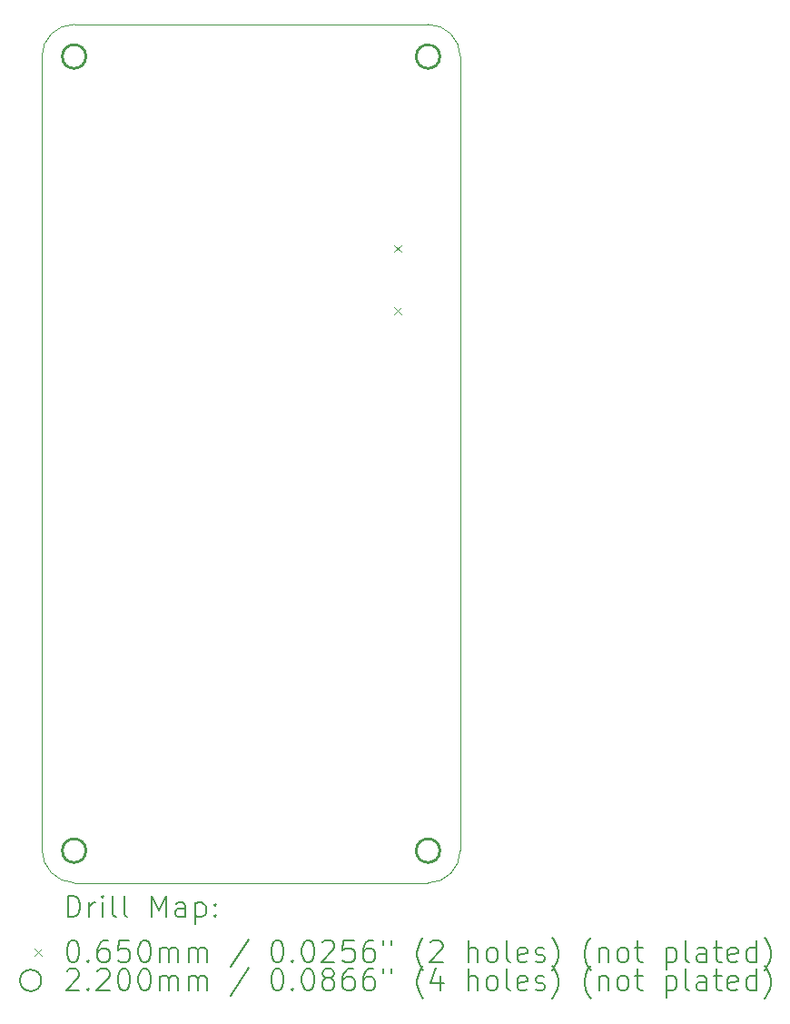
<source format=gbr>
%TF.GenerationSoftware,KiCad,Pcbnew,7.0.2-0*%
%TF.CreationDate,2023-10-14T02:00:25-05:00*%
%TF.ProjectId,Flight Computer,466c6967-6874-4204-936f-6d7075746572,1.1*%
%TF.SameCoordinates,Original*%
%TF.FileFunction,Drillmap*%
%TF.FilePolarity,Positive*%
%FSLAX45Y45*%
G04 Gerber Fmt 4.5, Leading zero omitted, Abs format (unit mm)*
G04 Created by KiCad (PCBNEW 7.0.2-0) date 2023-10-14 02:00:25*
%MOMM*%
%LPD*%
G01*
G04 APERTURE LIST*
%ADD10C,0.100000*%
%ADD11C,0.200000*%
%ADD12C,0.065000*%
%ADD13C,0.220000*%
G04 APERTURE END LIST*
D10*
X17180000Y-6651250D02*
G75*
G03*
X16880000Y-6351250I-300000J0D01*
G01*
X13580000Y-6351250D02*
G75*
G03*
X13280000Y-6651250I0J-300000D01*
G01*
X16880000Y-6351250D02*
X13580000Y-6351250D01*
X16880000Y-14351250D02*
G75*
G03*
X17180000Y-14051250I0J300000D01*
G01*
X13279764Y-14039118D02*
G75*
G03*
X13580000Y-14351250I312366J-2D01*
G01*
X13580000Y-14351250D02*
X16880000Y-14351250D01*
X17180000Y-14051250D02*
X17180000Y-6651250D01*
X13280000Y-6651250D02*
X13279764Y-14039118D01*
D11*
D12*
X16563500Y-8408750D02*
X16628500Y-8473750D01*
X16628500Y-8408750D02*
X16563500Y-8473750D01*
X16563500Y-8986750D02*
X16628500Y-9051750D01*
X16628500Y-8986750D02*
X16563500Y-9051750D01*
D13*
X13690000Y-6651250D02*
G75*
G03*
X13690000Y-6651250I-110000J0D01*
G01*
X13690000Y-14051250D02*
G75*
G03*
X13690000Y-14051250I-110000J0D01*
G01*
X16990000Y-6651250D02*
G75*
G03*
X16990000Y-6651250I-110000J0D01*
G01*
X16990000Y-14051250D02*
G75*
G03*
X16990000Y-14051250I-110000J0D01*
G01*
D11*
X13522383Y-14668774D02*
X13522383Y-14468774D01*
X13522383Y-14468774D02*
X13570002Y-14468774D01*
X13570002Y-14468774D02*
X13598574Y-14478298D01*
X13598574Y-14478298D02*
X13617621Y-14497345D01*
X13617621Y-14497345D02*
X13627145Y-14516393D01*
X13627145Y-14516393D02*
X13636669Y-14554488D01*
X13636669Y-14554488D02*
X13636669Y-14583059D01*
X13636669Y-14583059D02*
X13627145Y-14621155D01*
X13627145Y-14621155D02*
X13617621Y-14640202D01*
X13617621Y-14640202D02*
X13598574Y-14659250D01*
X13598574Y-14659250D02*
X13570002Y-14668774D01*
X13570002Y-14668774D02*
X13522383Y-14668774D01*
X13722383Y-14668774D02*
X13722383Y-14535440D01*
X13722383Y-14573536D02*
X13731907Y-14554488D01*
X13731907Y-14554488D02*
X13741431Y-14544964D01*
X13741431Y-14544964D02*
X13760479Y-14535440D01*
X13760479Y-14535440D02*
X13779526Y-14535440D01*
X13846193Y-14668774D02*
X13846193Y-14535440D01*
X13846193Y-14468774D02*
X13836669Y-14478298D01*
X13836669Y-14478298D02*
X13846193Y-14487821D01*
X13846193Y-14487821D02*
X13855717Y-14478298D01*
X13855717Y-14478298D02*
X13846193Y-14468774D01*
X13846193Y-14468774D02*
X13846193Y-14487821D01*
X13970002Y-14668774D02*
X13950955Y-14659250D01*
X13950955Y-14659250D02*
X13941431Y-14640202D01*
X13941431Y-14640202D02*
X13941431Y-14468774D01*
X14074764Y-14668774D02*
X14055717Y-14659250D01*
X14055717Y-14659250D02*
X14046193Y-14640202D01*
X14046193Y-14640202D02*
X14046193Y-14468774D01*
X14303336Y-14668774D02*
X14303336Y-14468774D01*
X14303336Y-14468774D02*
X14370002Y-14611631D01*
X14370002Y-14611631D02*
X14436669Y-14468774D01*
X14436669Y-14468774D02*
X14436669Y-14668774D01*
X14617621Y-14668774D02*
X14617621Y-14564012D01*
X14617621Y-14564012D02*
X14608098Y-14544964D01*
X14608098Y-14544964D02*
X14589050Y-14535440D01*
X14589050Y-14535440D02*
X14550955Y-14535440D01*
X14550955Y-14535440D02*
X14531907Y-14544964D01*
X14617621Y-14659250D02*
X14598574Y-14668774D01*
X14598574Y-14668774D02*
X14550955Y-14668774D01*
X14550955Y-14668774D02*
X14531907Y-14659250D01*
X14531907Y-14659250D02*
X14522383Y-14640202D01*
X14522383Y-14640202D02*
X14522383Y-14621155D01*
X14522383Y-14621155D02*
X14531907Y-14602107D01*
X14531907Y-14602107D02*
X14550955Y-14592583D01*
X14550955Y-14592583D02*
X14598574Y-14592583D01*
X14598574Y-14592583D02*
X14617621Y-14583059D01*
X14712860Y-14535440D02*
X14712860Y-14735440D01*
X14712860Y-14544964D02*
X14731907Y-14535440D01*
X14731907Y-14535440D02*
X14770002Y-14535440D01*
X14770002Y-14535440D02*
X14789050Y-14544964D01*
X14789050Y-14544964D02*
X14798574Y-14554488D01*
X14798574Y-14554488D02*
X14808098Y-14573536D01*
X14808098Y-14573536D02*
X14808098Y-14630678D01*
X14808098Y-14630678D02*
X14798574Y-14649726D01*
X14798574Y-14649726D02*
X14789050Y-14659250D01*
X14789050Y-14659250D02*
X14770002Y-14668774D01*
X14770002Y-14668774D02*
X14731907Y-14668774D01*
X14731907Y-14668774D02*
X14712860Y-14659250D01*
X14893812Y-14649726D02*
X14903336Y-14659250D01*
X14903336Y-14659250D02*
X14893812Y-14668774D01*
X14893812Y-14668774D02*
X14884288Y-14659250D01*
X14884288Y-14659250D02*
X14893812Y-14649726D01*
X14893812Y-14649726D02*
X14893812Y-14668774D01*
X14893812Y-14544964D02*
X14903336Y-14554488D01*
X14903336Y-14554488D02*
X14893812Y-14564012D01*
X14893812Y-14564012D02*
X14884288Y-14554488D01*
X14884288Y-14554488D02*
X14893812Y-14544964D01*
X14893812Y-14544964D02*
X14893812Y-14564012D01*
D12*
X13209764Y-14963750D02*
X13274764Y-15028750D01*
X13274764Y-14963750D02*
X13209764Y-15028750D01*
D11*
X13560479Y-14888774D02*
X13579526Y-14888774D01*
X13579526Y-14888774D02*
X13598574Y-14898298D01*
X13598574Y-14898298D02*
X13608098Y-14907821D01*
X13608098Y-14907821D02*
X13617621Y-14926869D01*
X13617621Y-14926869D02*
X13627145Y-14964964D01*
X13627145Y-14964964D02*
X13627145Y-15012583D01*
X13627145Y-15012583D02*
X13617621Y-15050678D01*
X13617621Y-15050678D02*
X13608098Y-15069726D01*
X13608098Y-15069726D02*
X13598574Y-15079250D01*
X13598574Y-15079250D02*
X13579526Y-15088774D01*
X13579526Y-15088774D02*
X13560479Y-15088774D01*
X13560479Y-15088774D02*
X13541431Y-15079250D01*
X13541431Y-15079250D02*
X13531907Y-15069726D01*
X13531907Y-15069726D02*
X13522383Y-15050678D01*
X13522383Y-15050678D02*
X13512860Y-15012583D01*
X13512860Y-15012583D02*
X13512860Y-14964964D01*
X13512860Y-14964964D02*
X13522383Y-14926869D01*
X13522383Y-14926869D02*
X13531907Y-14907821D01*
X13531907Y-14907821D02*
X13541431Y-14898298D01*
X13541431Y-14898298D02*
X13560479Y-14888774D01*
X13712860Y-15069726D02*
X13722383Y-15079250D01*
X13722383Y-15079250D02*
X13712860Y-15088774D01*
X13712860Y-15088774D02*
X13703336Y-15079250D01*
X13703336Y-15079250D02*
X13712860Y-15069726D01*
X13712860Y-15069726D02*
X13712860Y-15088774D01*
X13893812Y-14888774D02*
X13855717Y-14888774D01*
X13855717Y-14888774D02*
X13836669Y-14898298D01*
X13836669Y-14898298D02*
X13827145Y-14907821D01*
X13827145Y-14907821D02*
X13808098Y-14936393D01*
X13808098Y-14936393D02*
X13798574Y-14974488D01*
X13798574Y-14974488D02*
X13798574Y-15050678D01*
X13798574Y-15050678D02*
X13808098Y-15069726D01*
X13808098Y-15069726D02*
X13817621Y-15079250D01*
X13817621Y-15079250D02*
X13836669Y-15088774D01*
X13836669Y-15088774D02*
X13874764Y-15088774D01*
X13874764Y-15088774D02*
X13893812Y-15079250D01*
X13893812Y-15079250D02*
X13903336Y-15069726D01*
X13903336Y-15069726D02*
X13912860Y-15050678D01*
X13912860Y-15050678D02*
X13912860Y-15003059D01*
X13912860Y-15003059D02*
X13903336Y-14984012D01*
X13903336Y-14984012D02*
X13893812Y-14974488D01*
X13893812Y-14974488D02*
X13874764Y-14964964D01*
X13874764Y-14964964D02*
X13836669Y-14964964D01*
X13836669Y-14964964D02*
X13817621Y-14974488D01*
X13817621Y-14974488D02*
X13808098Y-14984012D01*
X13808098Y-14984012D02*
X13798574Y-15003059D01*
X14093812Y-14888774D02*
X13998574Y-14888774D01*
X13998574Y-14888774D02*
X13989050Y-14984012D01*
X13989050Y-14984012D02*
X13998574Y-14974488D01*
X13998574Y-14974488D02*
X14017621Y-14964964D01*
X14017621Y-14964964D02*
X14065241Y-14964964D01*
X14065241Y-14964964D02*
X14084288Y-14974488D01*
X14084288Y-14974488D02*
X14093812Y-14984012D01*
X14093812Y-14984012D02*
X14103336Y-15003059D01*
X14103336Y-15003059D02*
X14103336Y-15050678D01*
X14103336Y-15050678D02*
X14093812Y-15069726D01*
X14093812Y-15069726D02*
X14084288Y-15079250D01*
X14084288Y-15079250D02*
X14065241Y-15088774D01*
X14065241Y-15088774D02*
X14017621Y-15088774D01*
X14017621Y-15088774D02*
X13998574Y-15079250D01*
X13998574Y-15079250D02*
X13989050Y-15069726D01*
X14227145Y-14888774D02*
X14246193Y-14888774D01*
X14246193Y-14888774D02*
X14265241Y-14898298D01*
X14265241Y-14898298D02*
X14274764Y-14907821D01*
X14274764Y-14907821D02*
X14284288Y-14926869D01*
X14284288Y-14926869D02*
X14293812Y-14964964D01*
X14293812Y-14964964D02*
X14293812Y-15012583D01*
X14293812Y-15012583D02*
X14284288Y-15050678D01*
X14284288Y-15050678D02*
X14274764Y-15069726D01*
X14274764Y-15069726D02*
X14265241Y-15079250D01*
X14265241Y-15079250D02*
X14246193Y-15088774D01*
X14246193Y-15088774D02*
X14227145Y-15088774D01*
X14227145Y-15088774D02*
X14208098Y-15079250D01*
X14208098Y-15079250D02*
X14198574Y-15069726D01*
X14198574Y-15069726D02*
X14189050Y-15050678D01*
X14189050Y-15050678D02*
X14179526Y-15012583D01*
X14179526Y-15012583D02*
X14179526Y-14964964D01*
X14179526Y-14964964D02*
X14189050Y-14926869D01*
X14189050Y-14926869D02*
X14198574Y-14907821D01*
X14198574Y-14907821D02*
X14208098Y-14898298D01*
X14208098Y-14898298D02*
X14227145Y-14888774D01*
X14379526Y-15088774D02*
X14379526Y-14955440D01*
X14379526Y-14974488D02*
X14389050Y-14964964D01*
X14389050Y-14964964D02*
X14408098Y-14955440D01*
X14408098Y-14955440D02*
X14436669Y-14955440D01*
X14436669Y-14955440D02*
X14455717Y-14964964D01*
X14455717Y-14964964D02*
X14465241Y-14984012D01*
X14465241Y-14984012D02*
X14465241Y-15088774D01*
X14465241Y-14984012D02*
X14474764Y-14964964D01*
X14474764Y-14964964D02*
X14493812Y-14955440D01*
X14493812Y-14955440D02*
X14522383Y-14955440D01*
X14522383Y-14955440D02*
X14541431Y-14964964D01*
X14541431Y-14964964D02*
X14550955Y-14984012D01*
X14550955Y-14984012D02*
X14550955Y-15088774D01*
X14646193Y-15088774D02*
X14646193Y-14955440D01*
X14646193Y-14974488D02*
X14655717Y-14964964D01*
X14655717Y-14964964D02*
X14674764Y-14955440D01*
X14674764Y-14955440D02*
X14703336Y-14955440D01*
X14703336Y-14955440D02*
X14722383Y-14964964D01*
X14722383Y-14964964D02*
X14731907Y-14984012D01*
X14731907Y-14984012D02*
X14731907Y-15088774D01*
X14731907Y-14984012D02*
X14741431Y-14964964D01*
X14741431Y-14964964D02*
X14760479Y-14955440D01*
X14760479Y-14955440D02*
X14789050Y-14955440D01*
X14789050Y-14955440D02*
X14808098Y-14964964D01*
X14808098Y-14964964D02*
X14817622Y-14984012D01*
X14817622Y-14984012D02*
X14817622Y-15088774D01*
X15208098Y-14879250D02*
X15036669Y-15136393D01*
X15465241Y-14888774D02*
X15484288Y-14888774D01*
X15484288Y-14888774D02*
X15503336Y-14898298D01*
X15503336Y-14898298D02*
X15512860Y-14907821D01*
X15512860Y-14907821D02*
X15522384Y-14926869D01*
X15522384Y-14926869D02*
X15531907Y-14964964D01*
X15531907Y-14964964D02*
X15531907Y-15012583D01*
X15531907Y-15012583D02*
X15522384Y-15050678D01*
X15522384Y-15050678D02*
X15512860Y-15069726D01*
X15512860Y-15069726D02*
X15503336Y-15079250D01*
X15503336Y-15079250D02*
X15484288Y-15088774D01*
X15484288Y-15088774D02*
X15465241Y-15088774D01*
X15465241Y-15088774D02*
X15446193Y-15079250D01*
X15446193Y-15079250D02*
X15436669Y-15069726D01*
X15436669Y-15069726D02*
X15427145Y-15050678D01*
X15427145Y-15050678D02*
X15417622Y-15012583D01*
X15417622Y-15012583D02*
X15417622Y-14964964D01*
X15417622Y-14964964D02*
X15427145Y-14926869D01*
X15427145Y-14926869D02*
X15436669Y-14907821D01*
X15436669Y-14907821D02*
X15446193Y-14898298D01*
X15446193Y-14898298D02*
X15465241Y-14888774D01*
X15617622Y-15069726D02*
X15627145Y-15079250D01*
X15627145Y-15079250D02*
X15617622Y-15088774D01*
X15617622Y-15088774D02*
X15608098Y-15079250D01*
X15608098Y-15079250D02*
X15617622Y-15069726D01*
X15617622Y-15069726D02*
X15617622Y-15088774D01*
X15750955Y-14888774D02*
X15770003Y-14888774D01*
X15770003Y-14888774D02*
X15789050Y-14898298D01*
X15789050Y-14898298D02*
X15798574Y-14907821D01*
X15798574Y-14907821D02*
X15808098Y-14926869D01*
X15808098Y-14926869D02*
X15817622Y-14964964D01*
X15817622Y-14964964D02*
X15817622Y-15012583D01*
X15817622Y-15012583D02*
X15808098Y-15050678D01*
X15808098Y-15050678D02*
X15798574Y-15069726D01*
X15798574Y-15069726D02*
X15789050Y-15079250D01*
X15789050Y-15079250D02*
X15770003Y-15088774D01*
X15770003Y-15088774D02*
X15750955Y-15088774D01*
X15750955Y-15088774D02*
X15731907Y-15079250D01*
X15731907Y-15079250D02*
X15722384Y-15069726D01*
X15722384Y-15069726D02*
X15712860Y-15050678D01*
X15712860Y-15050678D02*
X15703336Y-15012583D01*
X15703336Y-15012583D02*
X15703336Y-14964964D01*
X15703336Y-14964964D02*
X15712860Y-14926869D01*
X15712860Y-14926869D02*
X15722384Y-14907821D01*
X15722384Y-14907821D02*
X15731907Y-14898298D01*
X15731907Y-14898298D02*
X15750955Y-14888774D01*
X15893812Y-14907821D02*
X15903336Y-14898298D01*
X15903336Y-14898298D02*
X15922384Y-14888774D01*
X15922384Y-14888774D02*
X15970003Y-14888774D01*
X15970003Y-14888774D02*
X15989050Y-14898298D01*
X15989050Y-14898298D02*
X15998574Y-14907821D01*
X15998574Y-14907821D02*
X16008098Y-14926869D01*
X16008098Y-14926869D02*
X16008098Y-14945917D01*
X16008098Y-14945917D02*
X15998574Y-14974488D01*
X15998574Y-14974488D02*
X15884288Y-15088774D01*
X15884288Y-15088774D02*
X16008098Y-15088774D01*
X16189050Y-14888774D02*
X16093812Y-14888774D01*
X16093812Y-14888774D02*
X16084288Y-14984012D01*
X16084288Y-14984012D02*
X16093812Y-14974488D01*
X16093812Y-14974488D02*
X16112860Y-14964964D01*
X16112860Y-14964964D02*
X16160479Y-14964964D01*
X16160479Y-14964964D02*
X16179526Y-14974488D01*
X16179526Y-14974488D02*
X16189050Y-14984012D01*
X16189050Y-14984012D02*
X16198574Y-15003059D01*
X16198574Y-15003059D02*
X16198574Y-15050678D01*
X16198574Y-15050678D02*
X16189050Y-15069726D01*
X16189050Y-15069726D02*
X16179526Y-15079250D01*
X16179526Y-15079250D02*
X16160479Y-15088774D01*
X16160479Y-15088774D02*
X16112860Y-15088774D01*
X16112860Y-15088774D02*
X16093812Y-15079250D01*
X16093812Y-15079250D02*
X16084288Y-15069726D01*
X16370003Y-14888774D02*
X16331907Y-14888774D01*
X16331907Y-14888774D02*
X16312860Y-14898298D01*
X16312860Y-14898298D02*
X16303336Y-14907821D01*
X16303336Y-14907821D02*
X16284288Y-14936393D01*
X16284288Y-14936393D02*
X16274765Y-14974488D01*
X16274765Y-14974488D02*
X16274765Y-15050678D01*
X16274765Y-15050678D02*
X16284288Y-15069726D01*
X16284288Y-15069726D02*
X16293812Y-15079250D01*
X16293812Y-15079250D02*
X16312860Y-15088774D01*
X16312860Y-15088774D02*
X16350955Y-15088774D01*
X16350955Y-15088774D02*
X16370003Y-15079250D01*
X16370003Y-15079250D02*
X16379526Y-15069726D01*
X16379526Y-15069726D02*
X16389050Y-15050678D01*
X16389050Y-15050678D02*
X16389050Y-15003059D01*
X16389050Y-15003059D02*
X16379526Y-14984012D01*
X16379526Y-14984012D02*
X16370003Y-14974488D01*
X16370003Y-14974488D02*
X16350955Y-14964964D01*
X16350955Y-14964964D02*
X16312860Y-14964964D01*
X16312860Y-14964964D02*
X16293812Y-14974488D01*
X16293812Y-14974488D02*
X16284288Y-14984012D01*
X16284288Y-14984012D02*
X16274765Y-15003059D01*
X16465241Y-14888774D02*
X16465241Y-14926869D01*
X16541431Y-14888774D02*
X16541431Y-14926869D01*
X16836670Y-15164964D02*
X16827146Y-15155440D01*
X16827146Y-15155440D02*
X16808098Y-15126869D01*
X16808098Y-15126869D02*
X16798574Y-15107821D01*
X16798574Y-15107821D02*
X16789050Y-15079250D01*
X16789050Y-15079250D02*
X16779527Y-15031631D01*
X16779527Y-15031631D02*
X16779527Y-14993536D01*
X16779527Y-14993536D02*
X16789050Y-14945917D01*
X16789050Y-14945917D02*
X16798574Y-14917345D01*
X16798574Y-14917345D02*
X16808098Y-14898298D01*
X16808098Y-14898298D02*
X16827146Y-14869726D01*
X16827146Y-14869726D02*
X16836670Y-14860202D01*
X16903336Y-14907821D02*
X16912860Y-14898298D01*
X16912860Y-14898298D02*
X16931908Y-14888774D01*
X16931908Y-14888774D02*
X16979527Y-14888774D01*
X16979527Y-14888774D02*
X16998574Y-14898298D01*
X16998574Y-14898298D02*
X17008098Y-14907821D01*
X17008098Y-14907821D02*
X17017622Y-14926869D01*
X17017622Y-14926869D02*
X17017622Y-14945917D01*
X17017622Y-14945917D02*
X17008098Y-14974488D01*
X17008098Y-14974488D02*
X16893812Y-15088774D01*
X16893812Y-15088774D02*
X17017622Y-15088774D01*
X17255717Y-15088774D02*
X17255717Y-14888774D01*
X17341431Y-15088774D02*
X17341431Y-14984012D01*
X17341431Y-14984012D02*
X17331908Y-14964964D01*
X17331908Y-14964964D02*
X17312860Y-14955440D01*
X17312860Y-14955440D02*
X17284289Y-14955440D01*
X17284289Y-14955440D02*
X17265241Y-14964964D01*
X17265241Y-14964964D02*
X17255717Y-14974488D01*
X17465241Y-15088774D02*
X17446193Y-15079250D01*
X17446193Y-15079250D02*
X17436670Y-15069726D01*
X17436670Y-15069726D02*
X17427146Y-15050678D01*
X17427146Y-15050678D02*
X17427146Y-14993536D01*
X17427146Y-14993536D02*
X17436670Y-14974488D01*
X17436670Y-14974488D02*
X17446193Y-14964964D01*
X17446193Y-14964964D02*
X17465241Y-14955440D01*
X17465241Y-14955440D02*
X17493812Y-14955440D01*
X17493812Y-14955440D02*
X17512860Y-14964964D01*
X17512860Y-14964964D02*
X17522384Y-14974488D01*
X17522384Y-14974488D02*
X17531908Y-14993536D01*
X17531908Y-14993536D02*
X17531908Y-15050678D01*
X17531908Y-15050678D02*
X17522384Y-15069726D01*
X17522384Y-15069726D02*
X17512860Y-15079250D01*
X17512860Y-15079250D02*
X17493812Y-15088774D01*
X17493812Y-15088774D02*
X17465241Y-15088774D01*
X17646193Y-15088774D02*
X17627146Y-15079250D01*
X17627146Y-15079250D02*
X17617622Y-15060202D01*
X17617622Y-15060202D02*
X17617622Y-14888774D01*
X17798574Y-15079250D02*
X17779527Y-15088774D01*
X17779527Y-15088774D02*
X17741431Y-15088774D01*
X17741431Y-15088774D02*
X17722384Y-15079250D01*
X17722384Y-15079250D02*
X17712860Y-15060202D01*
X17712860Y-15060202D02*
X17712860Y-14984012D01*
X17712860Y-14984012D02*
X17722384Y-14964964D01*
X17722384Y-14964964D02*
X17741431Y-14955440D01*
X17741431Y-14955440D02*
X17779527Y-14955440D01*
X17779527Y-14955440D02*
X17798574Y-14964964D01*
X17798574Y-14964964D02*
X17808098Y-14984012D01*
X17808098Y-14984012D02*
X17808098Y-15003059D01*
X17808098Y-15003059D02*
X17712860Y-15022107D01*
X17884289Y-15079250D02*
X17903336Y-15088774D01*
X17903336Y-15088774D02*
X17941431Y-15088774D01*
X17941431Y-15088774D02*
X17960479Y-15079250D01*
X17960479Y-15079250D02*
X17970003Y-15060202D01*
X17970003Y-15060202D02*
X17970003Y-15050678D01*
X17970003Y-15050678D02*
X17960479Y-15031631D01*
X17960479Y-15031631D02*
X17941431Y-15022107D01*
X17941431Y-15022107D02*
X17912860Y-15022107D01*
X17912860Y-15022107D02*
X17893812Y-15012583D01*
X17893812Y-15012583D02*
X17884289Y-14993536D01*
X17884289Y-14993536D02*
X17884289Y-14984012D01*
X17884289Y-14984012D02*
X17893812Y-14964964D01*
X17893812Y-14964964D02*
X17912860Y-14955440D01*
X17912860Y-14955440D02*
X17941431Y-14955440D01*
X17941431Y-14955440D02*
X17960479Y-14964964D01*
X18036670Y-15164964D02*
X18046193Y-15155440D01*
X18046193Y-15155440D02*
X18065241Y-15126869D01*
X18065241Y-15126869D02*
X18074765Y-15107821D01*
X18074765Y-15107821D02*
X18084289Y-15079250D01*
X18084289Y-15079250D02*
X18093812Y-15031631D01*
X18093812Y-15031631D02*
X18093812Y-14993536D01*
X18093812Y-14993536D02*
X18084289Y-14945917D01*
X18084289Y-14945917D02*
X18074765Y-14917345D01*
X18074765Y-14917345D02*
X18065241Y-14898298D01*
X18065241Y-14898298D02*
X18046193Y-14869726D01*
X18046193Y-14869726D02*
X18036670Y-14860202D01*
X18398574Y-15164964D02*
X18389051Y-15155440D01*
X18389051Y-15155440D02*
X18370003Y-15126869D01*
X18370003Y-15126869D02*
X18360479Y-15107821D01*
X18360479Y-15107821D02*
X18350955Y-15079250D01*
X18350955Y-15079250D02*
X18341432Y-15031631D01*
X18341432Y-15031631D02*
X18341432Y-14993536D01*
X18341432Y-14993536D02*
X18350955Y-14945917D01*
X18350955Y-14945917D02*
X18360479Y-14917345D01*
X18360479Y-14917345D02*
X18370003Y-14898298D01*
X18370003Y-14898298D02*
X18389051Y-14869726D01*
X18389051Y-14869726D02*
X18398574Y-14860202D01*
X18474765Y-14955440D02*
X18474765Y-15088774D01*
X18474765Y-14974488D02*
X18484289Y-14964964D01*
X18484289Y-14964964D02*
X18503336Y-14955440D01*
X18503336Y-14955440D02*
X18531908Y-14955440D01*
X18531908Y-14955440D02*
X18550955Y-14964964D01*
X18550955Y-14964964D02*
X18560479Y-14984012D01*
X18560479Y-14984012D02*
X18560479Y-15088774D01*
X18684289Y-15088774D02*
X18665241Y-15079250D01*
X18665241Y-15079250D02*
X18655717Y-15069726D01*
X18655717Y-15069726D02*
X18646193Y-15050678D01*
X18646193Y-15050678D02*
X18646193Y-14993536D01*
X18646193Y-14993536D02*
X18655717Y-14974488D01*
X18655717Y-14974488D02*
X18665241Y-14964964D01*
X18665241Y-14964964D02*
X18684289Y-14955440D01*
X18684289Y-14955440D02*
X18712860Y-14955440D01*
X18712860Y-14955440D02*
X18731908Y-14964964D01*
X18731908Y-14964964D02*
X18741432Y-14974488D01*
X18741432Y-14974488D02*
X18750955Y-14993536D01*
X18750955Y-14993536D02*
X18750955Y-15050678D01*
X18750955Y-15050678D02*
X18741432Y-15069726D01*
X18741432Y-15069726D02*
X18731908Y-15079250D01*
X18731908Y-15079250D02*
X18712860Y-15088774D01*
X18712860Y-15088774D02*
X18684289Y-15088774D01*
X18808098Y-14955440D02*
X18884289Y-14955440D01*
X18836670Y-14888774D02*
X18836670Y-15060202D01*
X18836670Y-15060202D02*
X18846193Y-15079250D01*
X18846193Y-15079250D02*
X18865241Y-15088774D01*
X18865241Y-15088774D02*
X18884289Y-15088774D01*
X19103336Y-14955440D02*
X19103336Y-15155440D01*
X19103336Y-14964964D02*
X19122384Y-14955440D01*
X19122384Y-14955440D02*
X19160479Y-14955440D01*
X19160479Y-14955440D02*
X19179527Y-14964964D01*
X19179527Y-14964964D02*
X19189051Y-14974488D01*
X19189051Y-14974488D02*
X19198574Y-14993536D01*
X19198574Y-14993536D02*
X19198574Y-15050678D01*
X19198574Y-15050678D02*
X19189051Y-15069726D01*
X19189051Y-15069726D02*
X19179527Y-15079250D01*
X19179527Y-15079250D02*
X19160479Y-15088774D01*
X19160479Y-15088774D02*
X19122384Y-15088774D01*
X19122384Y-15088774D02*
X19103336Y-15079250D01*
X19312860Y-15088774D02*
X19293813Y-15079250D01*
X19293813Y-15079250D02*
X19284289Y-15060202D01*
X19284289Y-15060202D02*
X19284289Y-14888774D01*
X19474765Y-15088774D02*
X19474765Y-14984012D01*
X19474765Y-14984012D02*
X19465241Y-14964964D01*
X19465241Y-14964964D02*
X19446194Y-14955440D01*
X19446194Y-14955440D02*
X19408098Y-14955440D01*
X19408098Y-14955440D02*
X19389051Y-14964964D01*
X19474765Y-15079250D02*
X19455717Y-15088774D01*
X19455717Y-15088774D02*
X19408098Y-15088774D01*
X19408098Y-15088774D02*
X19389051Y-15079250D01*
X19389051Y-15079250D02*
X19379527Y-15060202D01*
X19379527Y-15060202D02*
X19379527Y-15041155D01*
X19379527Y-15041155D02*
X19389051Y-15022107D01*
X19389051Y-15022107D02*
X19408098Y-15012583D01*
X19408098Y-15012583D02*
X19455717Y-15012583D01*
X19455717Y-15012583D02*
X19474765Y-15003059D01*
X19541432Y-14955440D02*
X19617622Y-14955440D01*
X19570003Y-14888774D02*
X19570003Y-15060202D01*
X19570003Y-15060202D02*
X19579527Y-15079250D01*
X19579527Y-15079250D02*
X19598574Y-15088774D01*
X19598574Y-15088774D02*
X19617622Y-15088774D01*
X19760479Y-15079250D02*
X19741432Y-15088774D01*
X19741432Y-15088774D02*
X19703336Y-15088774D01*
X19703336Y-15088774D02*
X19684289Y-15079250D01*
X19684289Y-15079250D02*
X19674765Y-15060202D01*
X19674765Y-15060202D02*
X19674765Y-14984012D01*
X19674765Y-14984012D02*
X19684289Y-14964964D01*
X19684289Y-14964964D02*
X19703336Y-14955440D01*
X19703336Y-14955440D02*
X19741432Y-14955440D01*
X19741432Y-14955440D02*
X19760479Y-14964964D01*
X19760479Y-14964964D02*
X19770003Y-14984012D01*
X19770003Y-14984012D02*
X19770003Y-15003059D01*
X19770003Y-15003059D02*
X19674765Y-15022107D01*
X19941432Y-15088774D02*
X19941432Y-14888774D01*
X19941432Y-15079250D02*
X19922384Y-15088774D01*
X19922384Y-15088774D02*
X19884289Y-15088774D01*
X19884289Y-15088774D02*
X19865241Y-15079250D01*
X19865241Y-15079250D02*
X19855717Y-15069726D01*
X19855717Y-15069726D02*
X19846194Y-15050678D01*
X19846194Y-15050678D02*
X19846194Y-14993536D01*
X19846194Y-14993536D02*
X19855717Y-14974488D01*
X19855717Y-14974488D02*
X19865241Y-14964964D01*
X19865241Y-14964964D02*
X19884289Y-14955440D01*
X19884289Y-14955440D02*
X19922384Y-14955440D01*
X19922384Y-14955440D02*
X19941432Y-14964964D01*
X20017622Y-15164964D02*
X20027146Y-15155440D01*
X20027146Y-15155440D02*
X20046194Y-15126869D01*
X20046194Y-15126869D02*
X20055717Y-15107821D01*
X20055717Y-15107821D02*
X20065241Y-15079250D01*
X20065241Y-15079250D02*
X20074765Y-15031631D01*
X20074765Y-15031631D02*
X20074765Y-14993536D01*
X20074765Y-14993536D02*
X20065241Y-14945917D01*
X20065241Y-14945917D02*
X20055717Y-14917345D01*
X20055717Y-14917345D02*
X20046194Y-14898298D01*
X20046194Y-14898298D02*
X20027146Y-14869726D01*
X20027146Y-14869726D02*
X20017622Y-14860202D01*
X13274764Y-15260250D02*
G75*
G03*
X13274764Y-15260250I-100000J0D01*
G01*
X13512860Y-15171821D02*
X13522383Y-15162298D01*
X13522383Y-15162298D02*
X13541431Y-15152774D01*
X13541431Y-15152774D02*
X13589050Y-15152774D01*
X13589050Y-15152774D02*
X13608098Y-15162298D01*
X13608098Y-15162298D02*
X13617621Y-15171821D01*
X13617621Y-15171821D02*
X13627145Y-15190869D01*
X13627145Y-15190869D02*
X13627145Y-15209917D01*
X13627145Y-15209917D02*
X13617621Y-15238488D01*
X13617621Y-15238488D02*
X13503336Y-15352774D01*
X13503336Y-15352774D02*
X13627145Y-15352774D01*
X13712860Y-15333726D02*
X13722383Y-15343250D01*
X13722383Y-15343250D02*
X13712860Y-15352774D01*
X13712860Y-15352774D02*
X13703336Y-15343250D01*
X13703336Y-15343250D02*
X13712860Y-15333726D01*
X13712860Y-15333726D02*
X13712860Y-15352774D01*
X13798574Y-15171821D02*
X13808098Y-15162298D01*
X13808098Y-15162298D02*
X13827145Y-15152774D01*
X13827145Y-15152774D02*
X13874764Y-15152774D01*
X13874764Y-15152774D02*
X13893812Y-15162298D01*
X13893812Y-15162298D02*
X13903336Y-15171821D01*
X13903336Y-15171821D02*
X13912860Y-15190869D01*
X13912860Y-15190869D02*
X13912860Y-15209917D01*
X13912860Y-15209917D02*
X13903336Y-15238488D01*
X13903336Y-15238488D02*
X13789050Y-15352774D01*
X13789050Y-15352774D02*
X13912860Y-15352774D01*
X14036669Y-15152774D02*
X14055717Y-15152774D01*
X14055717Y-15152774D02*
X14074764Y-15162298D01*
X14074764Y-15162298D02*
X14084288Y-15171821D01*
X14084288Y-15171821D02*
X14093812Y-15190869D01*
X14093812Y-15190869D02*
X14103336Y-15228964D01*
X14103336Y-15228964D02*
X14103336Y-15276583D01*
X14103336Y-15276583D02*
X14093812Y-15314678D01*
X14093812Y-15314678D02*
X14084288Y-15333726D01*
X14084288Y-15333726D02*
X14074764Y-15343250D01*
X14074764Y-15343250D02*
X14055717Y-15352774D01*
X14055717Y-15352774D02*
X14036669Y-15352774D01*
X14036669Y-15352774D02*
X14017621Y-15343250D01*
X14017621Y-15343250D02*
X14008098Y-15333726D01*
X14008098Y-15333726D02*
X13998574Y-15314678D01*
X13998574Y-15314678D02*
X13989050Y-15276583D01*
X13989050Y-15276583D02*
X13989050Y-15228964D01*
X13989050Y-15228964D02*
X13998574Y-15190869D01*
X13998574Y-15190869D02*
X14008098Y-15171821D01*
X14008098Y-15171821D02*
X14017621Y-15162298D01*
X14017621Y-15162298D02*
X14036669Y-15152774D01*
X14227145Y-15152774D02*
X14246193Y-15152774D01*
X14246193Y-15152774D02*
X14265241Y-15162298D01*
X14265241Y-15162298D02*
X14274764Y-15171821D01*
X14274764Y-15171821D02*
X14284288Y-15190869D01*
X14284288Y-15190869D02*
X14293812Y-15228964D01*
X14293812Y-15228964D02*
X14293812Y-15276583D01*
X14293812Y-15276583D02*
X14284288Y-15314678D01*
X14284288Y-15314678D02*
X14274764Y-15333726D01*
X14274764Y-15333726D02*
X14265241Y-15343250D01*
X14265241Y-15343250D02*
X14246193Y-15352774D01*
X14246193Y-15352774D02*
X14227145Y-15352774D01*
X14227145Y-15352774D02*
X14208098Y-15343250D01*
X14208098Y-15343250D02*
X14198574Y-15333726D01*
X14198574Y-15333726D02*
X14189050Y-15314678D01*
X14189050Y-15314678D02*
X14179526Y-15276583D01*
X14179526Y-15276583D02*
X14179526Y-15228964D01*
X14179526Y-15228964D02*
X14189050Y-15190869D01*
X14189050Y-15190869D02*
X14198574Y-15171821D01*
X14198574Y-15171821D02*
X14208098Y-15162298D01*
X14208098Y-15162298D02*
X14227145Y-15152774D01*
X14379526Y-15352774D02*
X14379526Y-15219440D01*
X14379526Y-15238488D02*
X14389050Y-15228964D01*
X14389050Y-15228964D02*
X14408098Y-15219440D01*
X14408098Y-15219440D02*
X14436669Y-15219440D01*
X14436669Y-15219440D02*
X14455717Y-15228964D01*
X14455717Y-15228964D02*
X14465241Y-15248012D01*
X14465241Y-15248012D02*
X14465241Y-15352774D01*
X14465241Y-15248012D02*
X14474764Y-15228964D01*
X14474764Y-15228964D02*
X14493812Y-15219440D01*
X14493812Y-15219440D02*
X14522383Y-15219440D01*
X14522383Y-15219440D02*
X14541431Y-15228964D01*
X14541431Y-15228964D02*
X14550955Y-15248012D01*
X14550955Y-15248012D02*
X14550955Y-15352774D01*
X14646193Y-15352774D02*
X14646193Y-15219440D01*
X14646193Y-15238488D02*
X14655717Y-15228964D01*
X14655717Y-15228964D02*
X14674764Y-15219440D01*
X14674764Y-15219440D02*
X14703336Y-15219440D01*
X14703336Y-15219440D02*
X14722383Y-15228964D01*
X14722383Y-15228964D02*
X14731907Y-15248012D01*
X14731907Y-15248012D02*
X14731907Y-15352774D01*
X14731907Y-15248012D02*
X14741431Y-15228964D01*
X14741431Y-15228964D02*
X14760479Y-15219440D01*
X14760479Y-15219440D02*
X14789050Y-15219440D01*
X14789050Y-15219440D02*
X14808098Y-15228964D01*
X14808098Y-15228964D02*
X14817622Y-15248012D01*
X14817622Y-15248012D02*
X14817622Y-15352774D01*
X15208098Y-15143250D02*
X15036669Y-15400393D01*
X15465241Y-15152774D02*
X15484288Y-15152774D01*
X15484288Y-15152774D02*
X15503336Y-15162298D01*
X15503336Y-15162298D02*
X15512860Y-15171821D01*
X15512860Y-15171821D02*
X15522384Y-15190869D01*
X15522384Y-15190869D02*
X15531907Y-15228964D01*
X15531907Y-15228964D02*
X15531907Y-15276583D01*
X15531907Y-15276583D02*
X15522384Y-15314678D01*
X15522384Y-15314678D02*
X15512860Y-15333726D01*
X15512860Y-15333726D02*
X15503336Y-15343250D01*
X15503336Y-15343250D02*
X15484288Y-15352774D01*
X15484288Y-15352774D02*
X15465241Y-15352774D01*
X15465241Y-15352774D02*
X15446193Y-15343250D01*
X15446193Y-15343250D02*
X15436669Y-15333726D01*
X15436669Y-15333726D02*
X15427145Y-15314678D01*
X15427145Y-15314678D02*
X15417622Y-15276583D01*
X15417622Y-15276583D02*
X15417622Y-15228964D01*
X15417622Y-15228964D02*
X15427145Y-15190869D01*
X15427145Y-15190869D02*
X15436669Y-15171821D01*
X15436669Y-15171821D02*
X15446193Y-15162298D01*
X15446193Y-15162298D02*
X15465241Y-15152774D01*
X15617622Y-15333726D02*
X15627145Y-15343250D01*
X15627145Y-15343250D02*
X15617622Y-15352774D01*
X15617622Y-15352774D02*
X15608098Y-15343250D01*
X15608098Y-15343250D02*
X15617622Y-15333726D01*
X15617622Y-15333726D02*
X15617622Y-15352774D01*
X15750955Y-15152774D02*
X15770003Y-15152774D01*
X15770003Y-15152774D02*
X15789050Y-15162298D01*
X15789050Y-15162298D02*
X15798574Y-15171821D01*
X15798574Y-15171821D02*
X15808098Y-15190869D01*
X15808098Y-15190869D02*
X15817622Y-15228964D01*
X15817622Y-15228964D02*
X15817622Y-15276583D01*
X15817622Y-15276583D02*
X15808098Y-15314678D01*
X15808098Y-15314678D02*
X15798574Y-15333726D01*
X15798574Y-15333726D02*
X15789050Y-15343250D01*
X15789050Y-15343250D02*
X15770003Y-15352774D01*
X15770003Y-15352774D02*
X15750955Y-15352774D01*
X15750955Y-15352774D02*
X15731907Y-15343250D01*
X15731907Y-15343250D02*
X15722384Y-15333726D01*
X15722384Y-15333726D02*
X15712860Y-15314678D01*
X15712860Y-15314678D02*
X15703336Y-15276583D01*
X15703336Y-15276583D02*
X15703336Y-15228964D01*
X15703336Y-15228964D02*
X15712860Y-15190869D01*
X15712860Y-15190869D02*
X15722384Y-15171821D01*
X15722384Y-15171821D02*
X15731907Y-15162298D01*
X15731907Y-15162298D02*
X15750955Y-15152774D01*
X15931907Y-15238488D02*
X15912860Y-15228964D01*
X15912860Y-15228964D02*
X15903336Y-15219440D01*
X15903336Y-15219440D02*
X15893812Y-15200393D01*
X15893812Y-15200393D02*
X15893812Y-15190869D01*
X15893812Y-15190869D02*
X15903336Y-15171821D01*
X15903336Y-15171821D02*
X15912860Y-15162298D01*
X15912860Y-15162298D02*
X15931907Y-15152774D01*
X15931907Y-15152774D02*
X15970003Y-15152774D01*
X15970003Y-15152774D02*
X15989050Y-15162298D01*
X15989050Y-15162298D02*
X15998574Y-15171821D01*
X15998574Y-15171821D02*
X16008098Y-15190869D01*
X16008098Y-15190869D02*
X16008098Y-15200393D01*
X16008098Y-15200393D02*
X15998574Y-15219440D01*
X15998574Y-15219440D02*
X15989050Y-15228964D01*
X15989050Y-15228964D02*
X15970003Y-15238488D01*
X15970003Y-15238488D02*
X15931907Y-15238488D01*
X15931907Y-15238488D02*
X15912860Y-15248012D01*
X15912860Y-15248012D02*
X15903336Y-15257536D01*
X15903336Y-15257536D02*
X15893812Y-15276583D01*
X15893812Y-15276583D02*
X15893812Y-15314678D01*
X15893812Y-15314678D02*
X15903336Y-15333726D01*
X15903336Y-15333726D02*
X15912860Y-15343250D01*
X15912860Y-15343250D02*
X15931907Y-15352774D01*
X15931907Y-15352774D02*
X15970003Y-15352774D01*
X15970003Y-15352774D02*
X15989050Y-15343250D01*
X15989050Y-15343250D02*
X15998574Y-15333726D01*
X15998574Y-15333726D02*
X16008098Y-15314678D01*
X16008098Y-15314678D02*
X16008098Y-15276583D01*
X16008098Y-15276583D02*
X15998574Y-15257536D01*
X15998574Y-15257536D02*
X15989050Y-15248012D01*
X15989050Y-15248012D02*
X15970003Y-15238488D01*
X16179526Y-15152774D02*
X16141431Y-15152774D01*
X16141431Y-15152774D02*
X16122384Y-15162298D01*
X16122384Y-15162298D02*
X16112860Y-15171821D01*
X16112860Y-15171821D02*
X16093812Y-15200393D01*
X16093812Y-15200393D02*
X16084288Y-15238488D01*
X16084288Y-15238488D02*
X16084288Y-15314678D01*
X16084288Y-15314678D02*
X16093812Y-15333726D01*
X16093812Y-15333726D02*
X16103336Y-15343250D01*
X16103336Y-15343250D02*
X16122384Y-15352774D01*
X16122384Y-15352774D02*
X16160479Y-15352774D01*
X16160479Y-15352774D02*
X16179526Y-15343250D01*
X16179526Y-15343250D02*
X16189050Y-15333726D01*
X16189050Y-15333726D02*
X16198574Y-15314678D01*
X16198574Y-15314678D02*
X16198574Y-15267059D01*
X16198574Y-15267059D02*
X16189050Y-15248012D01*
X16189050Y-15248012D02*
X16179526Y-15238488D01*
X16179526Y-15238488D02*
X16160479Y-15228964D01*
X16160479Y-15228964D02*
X16122384Y-15228964D01*
X16122384Y-15228964D02*
X16103336Y-15238488D01*
X16103336Y-15238488D02*
X16093812Y-15248012D01*
X16093812Y-15248012D02*
X16084288Y-15267059D01*
X16370003Y-15152774D02*
X16331907Y-15152774D01*
X16331907Y-15152774D02*
X16312860Y-15162298D01*
X16312860Y-15162298D02*
X16303336Y-15171821D01*
X16303336Y-15171821D02*
X16284288Y-15200393D01*
X16284288Y-15200393D02*
X16274765Y-15238488D01*
X16274765Y-15238488D02*
X16274765Y-15314678D01*
X16274765Y-15314678D02*
X16284288Y-15333726D01*
X16284288Y-15333726D02*
X16293812Y-15343250D01*
X16293812Y-15343250D02*
X16312860Y-15352774D01*
X16312860Y-15352774D02*
X16350955Y-15352774D01*
X16350955Y-15352774D02*
X16370003Y-15343250D01*
X16370003Y-15343250D02*
X16379526Y-15333726D01*
X16379526Y-15333726D02*
X16389050Y-15314678D01*
X16389050Y-15314678D02*
X16389050Y-15267059D01*
X16389050Y-15267059D02*
X16379526Y-15248012D01*
X16379526Y-15248012D02*
X16370003Y-15238488D01*
X16370003Y-15238488D02*
X16350955Y-15228964D01*
X16350955Y-15228964D02*
X16312860Y-15228964D01*
X16312860Y-15228964D02*
X16293812Y-15238488D01*
X16293812Y-15238488D02*
X16284288Y-15248012D01*
X16284288Y-15248012D02*
X16274765Y-15267059D01*
X16465241Y-15152774D02*
X16465241Y-15190869D01*
X16541431Y-15152774D02*
X16541431Y-15190869D01*
X16836670Y-15428964D02*
X16827146Y-15419440D01*
X16827146Y-15419440D02*
X16808098Y-15390869D01*
X16808098Y-15390869D02*
X16798574Y-15371821D01*
X16798574Y-15371821D02*
X16789050Y-15343250D01*
X16789050Y-15343250D02*
X16779527Y-15295631D01*
X16779527Y-15295631D02*
X16779527Y-15257536D01*
X16779527Y-15257536D02*
X16789050Y-15209917D01*
X16789050Y-15209917D02*
X16798574Y-15181345D01*
X16798574Y-15181345D02*
X16808098Y-15162298D01*
X16808098Y-15162298D02*
X16827146Y-15133726D01*
X16827146Y-15133726D02*
X16836670Y-15124202D01*
X16998574Y-15219440D02*
X16998574Y-15352774D01*
X16950955Y-15143250D02*
X16903336Y-15286107D01*
X16903336Y-15286107D02*
X17027146Y-15286107D01*
X17255717Y-15352774D02*
X17255717Y-15152774D01*
X17341431Y-15352774D02*
X17341431Y-15248012D01*
X17341431Y-15248012D02*
X17331908Y-15228964D01*
X17331908Y-15228964D02*
X17312860Y-15219440D01*
X17312860Y-15219440D02*
X17284289Y-15219440D01*
X17284289Y-15219440D02*
X17265241Y-15228964D01*
X17265241Y-15228964D02*
X17255717Y-15238488D01*
X17465241Y-15352774D02*
X17446193Y-15343250D01*
X17446193Y-15343250D02*
X17436670Y-15333726D01*
X17436670Y-15333726D02*
X17427146Y-15314678D01*
X17427146Y-15314678D02*
X17427146Y-15257536D01*
X17427146Y-15257536D02*
X17436670Y-15238488D01*
X17436670Y-15238488D02*
X17446193Y-15228964D01*
X17446193Y-15228964D02*
X17465241Y-15219440D01*
X17465241Y-15219440D02*
X17493812Y-15219440D01*
X17493812Y-15219440D02*
X17512860Y-15228964D01*
X17512860Y-15228964D02*
X17522384Y-15238488D01*
X17522384Y-15238488D02*
X17531908Y-15257536D01*
X17531908Y-15257536D02*
X17531908Y-15314678D01*
X17531908Y-15314678D02*
X17522384Y-15333726D01*
X17522384Y-15333726D02*
X17512860Y-15343250D01*
X17512860Y-15343250D02*
X17493812Y-15352774D01*
X17493812Y-15352774D02*
X17465241Y-15352774D01*
X17646193Y-15352774D02*
X17627146Y-15343250D01*
X17627146Y-15343250D02*
X17617622Y-15324202D01*
X17617622Y-15324202D02*
X17617622Y-15152774D01*
X17798574Y-15343250D02*
X17779527Y-15352774D01*
X17779527Y-15352774D02*
X17741431Y-15352774D01*
X17741431Y-15352774D02*
X17722384Y-15343250D01*
X17722384Y-15343250D02*
X17712860Y-15324202D01*
X17712860Y-15324202D02*
X17712860Y-15248012D01*
X17712860Y-15248012D02*
X17722384Y-15228964D01*
X17722384Y-15228964D02*
X17741431Y-15219440D01*
X17741431Y-15219440D02*
X17779527Y-15219440D01*
X17779527Y-15219440D02*
X17798574Y-15228964D01*
X17798574Y-15228964D02*
X17808098Y-15248012D01*
X17808098Y-15248012D02*
X17808098Y-15267059D01*
X17808098Y-15267059D02*
X17712860Y-15286107D01*
X17884289Y-15343250D02*
X17903336Y-15352774D01*
X17903336Y-15352774D02*
X17941431Y-15352774D01*
X17941431Y-15352774D02*
X17960479Y-15343250D01*
X17960479Y-15343250D02*
X17970003Y-15324202D01*
X17970003Y-15324202D02*
X17970003Y-15314678D01*
X17970003Y-15314678D02*
X17960479Y-15295631D01*
X17960479Y-15295631D02*
X17941431Y-15286107D01*
X17941431Y-15286107D02*
X17912860Y-15286107D01*
X17912860Y-15286107D02*
X17893812Y-15276583D01*
X17893812Y-15276583D02*
X17884289Y-15257536D01*
X17884289Y-15257536D02*
X17884289Y-15248012D01*
X17884289Y-15248012D02*
X17893812Y-15228964D01*
X17893812Y-15228964D02*
X17912860Y-15219440D01*
X17912860Y-15219440D02*
X17941431Y-15219440D01*
X17941431Y-15219440D02*
X17960479Y-15228964D01*
X18036670Y-15428964D02*
X18046193Y-15419440D01*
X18046193Y-15419440D02*
X18065241Y-15390869D01*
X18065241Y-15390869D02*
X18074765Y-15371821D01*
X18074765Y-15371821D02*
X18084289Y-15343250D01*
X18084289Y-15343250D02*
X18093812Y-15295631D01*
X18093812Y-15295631D02*
X18093812Y-15257536D01*
X18093812Y-15257536D02*
X18084289Y-15209917D01*
X18084289Y-15209917D02*
X18074765Y-15181345D01*
X18074765Y-15181345D02*
X18065241Y-15162298D01*
X18065241Y-15162298D02*
X18046193Y-15133726D01*
X18046193Y-15133726D02*
X18036670Y-15124202D01*
X18398574Y-15428964D02*
X18389051Y-15419440D01*
X18389051Y-15419440D02*
X18370003Y-15390869D01*
X18370003Y-15390869D02*
X18360479Y-15371821D01*
X18360479Y-15371821D02*
X18350955Y-15343250D01*
X18350955Y-15343250D02*
X18341432Y-15295631D01*
X18341432Y-15295631D02*
X18341432Y-15257536D01*
X18341432Y-15257536D02*
X18350955Y-15209917D01*
X18350955Y-15209917D02*
X18360479Y-15181345D01*
X18360479Y-15181345D02*
X18370003Y-15162298D01*
X18370003Y-15162298D02*
X18389051Y-15133726D01*
X18389051Y-15133726D02*
X18398574Y-15124202D01*
X18474765Y-15219440D02*
X18474765Y-15352774D01*
X18474765Y-15238488D02*
X18484289Y-15228964D01*
X18484289Y-15228964D02*
X18503336Y-15219440D01*
X18503336Y-15219440D02*
X18531908Y-15219440D01*
X18531908Y-15219440D02*
X18550955Y-15228964D01*
X18550955Y-15228964D02*
X18560479Y-15248012D01*
X18560479Y-15248012D02*
X18560479Y-15352774D01*
X18684289Y-15352774D02*
X18665241Y-15343250D01*
X18665241Y-15343250D02*
X18655717Y-15333726D01*
X18655717Y-15333726D02*
X18646193Y-15314678D01*
X18646193Y-15314678D02*
X18646193Y-15257536D01*
X18646193Y-15257536D02*
X18655717Y-15238488D01*
X18655717Y-15238488D02*
X18665241Y-15228964D01*
X18665241Y-15228964D02*
X18684289Y-15219440D01*
X18684289Y-15219440D02*
X18712860Y-15219440D01*
X18712860Y-15219440D02*
X18731908Y-15228964D01*
X18731908Y-15228964D02*
X18741432Y-15238488D01*
X18741432Y-15238488D02*
X18750955Y-15257536D01*
X18750955Y-15257536D02*
X18750955Y-15314678D01*
X18750955Y-15314678D02*
X18741432Y-15333726D01*
X18741432Y-15333726D02*
X18731908Y-15343250D01*
X18731908Y-15343250D02*
X18712860Y-15352774D01*
X18712860Y-15352774D02*
X18684289Y-15352774D01*
X18808098Y-15219440D02*
X18884289Y-15219440D01*
X18836670Y-15152774D02*
X18836670Y-15324202D01*
X18836670Y-15324202D02*
X18846193Y-15343250D01*
X18846193Y-15343250D02*
X18865241Y-15352774D01*
X18865241Y-15352774D02*
X18884289Y-15352774D01*
X19103336Y-15219440D02*
X19103336Y-15419440D01*
X19103336Y-15228964D02*
X19122384Y-15219440D01*
X19122384Y-15219440D02*
X19160479Y-15219440D01*
X19160479Y-15219440D02*
X19179527Y-15228964D01*
X19179527Y-15228964D02*
X19189051Y-15238488D01*
X19189051Y-15238488D02*
X19198574Y-15257536D01*
X19198574Y-15257536D02*
X19198574Y-15314678D01*
X19198574Y-15314678D02*
X19189051Y-15333726D01*
X19189051Y-15333726D02*
X19179527Y-15343250D01*
X19179527Y-15343250D02*
X19160479Y-15352774D01*
X19160479Y-15352774D02*
X19122384Y-15352774D01*
X19122384Y-15352774D02*
X19103336Y-15343250D01*
X19312860Y-15352774D02*
X19293813Y-15343250D01*
X19293813Y-15343250D02*
X19284289Y-15324202D01*
X19284289Y-15324202D02*
X19284289Y-15152774D01*
X19474765Y-15352774D02*
X19474765Y-15248012D01*
X19474765Y-15248012D02*
X19465241Y-15228964D01*
X19465241Y-15228964D02*
X19446194Y-15219440D01*
X19446194Y-15219440D02*
X19408098Y-15219440D01*
X19408098Y-15219440D02*
X19389051Y-15228964D01*
X19474765Y-15343250D02*
X19455717Y-15352774D01*
X19455717Y-15352774D02*
X19408098Y-15352774D01*
X19408098Y-15352774D02*
X19389051Y-15343250D01*
X19389051Y-15343250D02*
X19379527Y-15324202D01*
X19379527Y-15324202D02*
X19379527Y-15305155D01*
X19379527Y-15305155D02*
X19389051Y-15286107D01*
X19389051Y-15286107D02*
X19408098Y-15276583D01*
X19408098Y-15276583D02*
X19455717Y-15276583D01*
X19455717Y-15276583D02*
X19474765Y-15267059D01*
X19541432Y-15219440D02*
X19617622Y-15219440D01*
X19570003Y-15152774D02*
X19570003Y-15324202D01*
X19570003Y-15324202D02*
X19579527Y-15343250D01*
X19579527Y-15343250D02*
X19598574Y-15352774D01*
X19598574Y-15352774D02*
X19617622Y-15352774D01*
X19760479Y-15343250D02*
X19741432Y-15352774D01*
X19741432Y-15352774D02*
X19703336Y-15352774D01*
X19703336Y-15352774D02*
X19684289Y-15343250D01*
X19684289Y-15343250D02*
X19674765Y-15324202D01*
X19674765Y-15324202D02*
X19674765Y-15248012D01*
X19674765Y-15248012D02*
X19684289Y-15228964D01*
X19684289Y-15228964D02*
X19703336Y-15219440D01*
X19703336Y-15219440D02*
X19741432Y-15219440D01*
X19741432Y-15219440D02*
X19760479Y-15228964D01*
X19760479Y-15228964D02*
X19770003Y-15248012D01*
X19770003Y-15248012D02*
X19770003Y-15267059D01*
X19770003Y-15267059D02*
X19674765Y-15286107D01*
X19941432Y-15352774D02*
X19941432Y-15152774D01*
X19941432Y-15343250D02*
X19922384Y-15352774D01*
X19922384Y-15352774D02*
X19884289Y-15352774D01*
X19884289Y-15352774D02*
X19865241Y-15343250D01*
X19865241Y-15343250D02*
X19855717Y-15333726D01*
X19855717Y-15333726D02*
X19846194Y-15314678D01*
X19846194Y-15314678D02*
X19846194Y-15257536D01*
X19846194Y-15257536D02*
X19855717Y-15238488D01*
X19855717Y-15238488D02*
X19865241Y-15228964D01*
X19865241Y-15228964D02*
X19884289Y-15219440D01*
X19884289Y-15219440D02*
X19922384Y-15219440D01*
X19922384Y-15219440D02*
X19941432Y-15228964D01*
X20017622Y-15428964D02*
X20027146Y-15419440D01*
X20027146Y-15419440D02*
X20046194Y-15390869D01*
X20046194Y-15390869D02*
X20055717Y-15371821D01*
X20055717Y-15371821D02*
X20065241Y-15343250D01*
X20065241Y-15343250D02*
X20074765Y-15295631D01*
X20074765Y-15295631D02*
X20074765Y-15257536D01*
X20074765Y-15257536D02*
X20065241Y-15209917D01*
X20065241Y-15209917D02*
X20055717Y-15181345D01*
X20055717Y-15181345D02*
X20046194Y-15162298D01*
X20046194Y-15162298D02*
X20027146Y-15133726D01*
X20027146Y-15133726D02*
X20017622Y-15124202D01*
M02*

</source>
